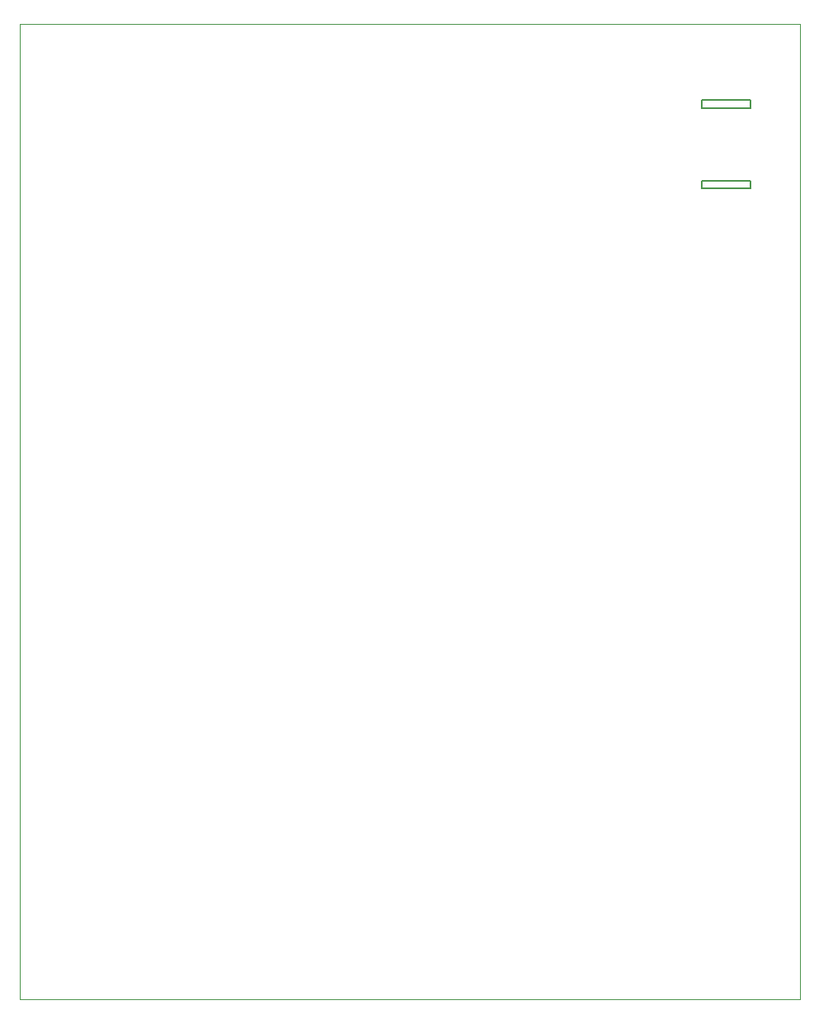
<source format=gbr>
%FSLAX34Y34*%
%MOMM*%
%LNOUTLINE*%
G71*
G01*
%ADD10C,0.002*%
%ADD11C,0.200*%
%LPD*%
G54D10*
X-60000Y140000D02*
X740000Y140000D01*
X740000Y-860000D01*
X-60000Y-860000D01*
X-60000Y140000D01*
G54D11*
X690000Y62000D02*
X640000Y62000D01*
X640000Y54000D01*
X690000Y54000D01*
X690000Y62000D01*
G54D11*
X690000Y-20600D02*
X640000Y-20600D01*
X640000Y-28600D01*
X690000Y-28600D01*
X690000Y-20600D01*
M02*

</source>
